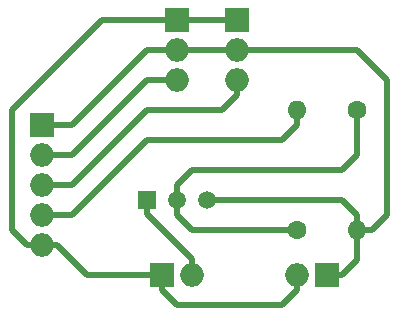
<source format=gbr>
G04 #@! TF.FileFunction,Copper,L2,Bot,Signal*
%FSLAX46Y46*%
G04 Gerber Fmt 4.6, Leading zero omitted, Abs format (unit mm)*
G04 Created by KiCad (PCBNEW 4.0.7) date Thu May 24 13:30:27 2018*
%MOMM*%
%LPD*%
G01*
G04 APERTURE LIST*
%ADD10C,0.100000*%
%ADD11C,1.600000*%
%ADD12O,1.600000X1.600000*%
%ADD13R,2.000000X2.000000*%
%ADD14O,2.000000X2.000000*%
%ADD15C,1.520000*%
%ADD16R,1.520000X1.520000*%
%ADD17C,0.500000*%
G04 APERTURE END LIST*
D10*
D11*
X53340000Y-25400000D03*
D12*
X53340000Y-35560000D03*
D11*
X48260000Y-35560000D03*
D12*
X48260000Y-25400000D03*
D13*
X26670000Y-26670000D03*
D14*
X26670000Y-29210000D03*
X26670000Y-31750000D03*
X26670000Y-34290000D03*
X26670000Y-36830000D03*
D13*
X43180000Y-17780000D03*
D14*
X43180000Y-20320000D03*
X43180000Y-22860000D03*
D13*
X38100000Y-17780000D03*
D14*
X38100000Y-20320000D03*
X38100000Y-22860000D03*
D13*
X50800000Y-39370000D03*
D14*
X48260000Y-39370000D03*
D13*
X36830000Y-39370000D03*
D14*
X39370000Y-39370000D03*
D15*
X38100000Y-33020000D03*
X40640000Y-33020000D03*
D16*
X35560000Y-33020000D03*
D17*
X52070000Y-39370000D02*
X50800000Y-39370000D01*
X53340000Y-38100000D02*
X52070000Y-39370000D01*
X53340000Y-35560000D02*
X53340000Y-38100000D01*
X53340000Y-35560000D02*
X53340000Y-34290000D01*
X40640000Y-33020000D02*
X52070000Y-33020000D01*
X52070000Y-33020000D02*
X53340000Y-34290000D01*
X54610000Y-35560000D02*
X53340000Y-35560000D01*
X55880000Y-34290000D02*
X54610000Y-35560000D01*
X43180000Y-20320000D02*
X53340000Y-20320000D01*
X53340000Y-20320000D02*
X55880000Y-22860000D01*
X55880000Y-22860000D02*
X55880000Y-34290000D01*
X38100000Y-20320000D02*
X35560000Y-20320000D01*
X35560000Y-20320000D02*
X29210000Y-26670000D01*
X29210000Y-26670000D02*
X26670000Y-26670000D01*
X26670000Y-26670000D02*
X26670000Y-26670000D01*
X43180000Y-20320000D02*
X38100000Y-20320000D01*
X29210000Y-29210000D02*
X26670000Y-29210000D01*
X38100000Y-22860000D02*
X35560000Y-22860000D01*
X35560000Y-22860000D02*
X29210000Y-29210000D01*
X27940000Y-31750000D02*
X29210000Y-31750000D01*
X29210000Y-31750000D02*
X35560000Y-25400000D01*
X41910000Y-25400000D02*
X35560000Y-25400000D01*
X43180000Y-24130000D02*
X41910000Y-25400000D01*
X43180000Y-22860000D02*
X43180000Y-24130000D01*
X26670000Y-31750000D02*
X27940000Y-31750000D01*
X26670000Y-31750000D02*
X26670000Y-31750000D01*
X46990000Y-27940000D02*
X35560000Y-27940000D01*
X26670000Y-34290000D02*
X29210000Y-34290000D01*
X29210000Y-34290000D02*
X35560000Y-27940000D01*
X48260000Y-26670000D02*
X48260000Y-25400000D01*
X46990000Y-27940000D02*
X48260000Y-26670000D01*
X26670000Y-34290000D02*
X26670000Y-34290000D01*
X25400000Y-36830000D02*
X26670000Y-36830000D01*
X24130000Y-35560000D02*
X25400000Y-36830000D01*
X24130000Y-25400000D02*
X24130000Y-35560000D01*
X30480000Y-19050000D02*
X24130000Y-25400000D01*
X31750000Y-17780000D02*
X30480000Y-19050000D01*
X38100000Y-17780000D02*
X31750000Y-17780000D01*
X30480000Y-39370000D02*
X27940000Y-36830000D01*
X36830000Y-39370000D02*
X30480000Y-39370000D01*
X36830000Y-39370000D02*
X36830000Y-40720000D01*
X36830000Y-40720000D02*
X38020000Y-41910000D01*
X38020000Y-41910000D02*
X46990000Y-41910000D01*
X46990000Y-41910000D02*
X48260000Y-40640000D01*
X48260000Y-40640000D02*
X48260000Y-39370000D01*
X27940000Y-36830000D02*
X26670000Y-36830000D01*
X26670000Y-36830000D02*
X26670000Y-36830000D01*
X36830000Y-39514226D02*
X36757887Y-39442113D01*
X43180000Y-17780000D02*
X38100000Y-17780000D01*
X35560000Y-33020000D02*
X35560000Y-34280000D01*
X35560000Y-34280000D02*
X39370000Y-38090000D01*
X39370000Y-38090000D02*
X39370000Y-39370000D01*
X38100000Y-34290000D02*
X39370000Y-35560000D01*
X39370000Y-35560000D02*
X48260000Y-35560000D01*
X38100000Y-33020000D02*
X38100000Y-34290000D01*
X53340000Y-29210000D02*
X53340000Y-25400000D01*
X52070000Y-30480000D02*
X53340000Y-29210000D01*
X39370000Y-30480000D02*
X52070000Y-30480000D01*
X38100000Y-31750000D02*
X39370000Y-30480000D01*
X38100000Y-33020000D02*
X38100000Y-31750000D01*
M02*

</source>
